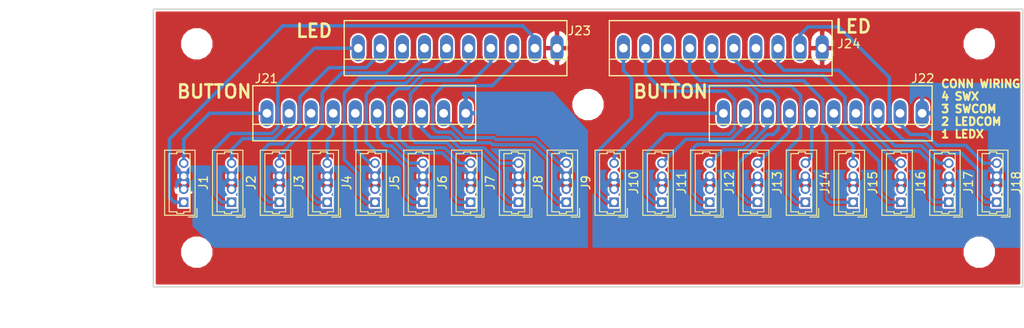
<source format=kicad_pcb>
(kicad_pcb (version 4) (host pcbnew 4.0.7-e0-6372~58~ubuntu16.10.1)
  (layers (0 F.Cu signal) (31 B.Cu signal) (34 B.Paste user) (35 F.Paste user) (36 B.SilkS user) (37 F.SilkS user) (38 B.Mask user) (39 F.Mask user) (44 Edge.Cuts user))
  (net 0 "")
  (net 1 SW1COM)
  (net 2 SW1A)
  (net 3 SW1B)
  (net 4 SW1C)
  (net 5 SW1D)
  (net 6 SW1E)
  (net 7 SW1G)
  (net 8 SW2COM)
  (net 9 SW2A)
  (net 10 SW2B)
  (net 11 SW2C)
  (net 12 SW2D)
  (net 13 SW1H)
  (net 14 SW2I)
  (net 15 SW2H)
  (net 16 SW2G)
  (net 17 SW2F)
  (net 18 VCC2)
  (net 19 LEDR)
  (net 20 LEDQ)
  (net 21 LEDP)
  (net 22 LEDO)
  (net 23 LEDI)
  (net 24 LEDA)
  (net 25 LEDB)
  (net 26 LEDC)
  (net 27 LEDD)
  (net 28 LEDE)
  (net 29 SW1F)
  (net 30 LEDF)
  (net 31 LEDG)
  (net 32 LEDH)
  (net 33 SW1I)
  (net 34 LEDJ)
  (net 35 LEDK)
  (net 36 LEDL)
  (net 37 LEDM)
  (net 38 LEDN)
  (net 39 SW2E)
  (module Connect_Addons:JST_ZH_1.5mm_01x04 (layer F.Cu) (at 69.5 46 90)
    (fp_text reference J1 (at 0 2.25 90) (layer F.SilkS))
    (fp_text value CONN_01X04)
    (pad 1 thru_hole rect (at -2.25 0 90) (size 1.1 1.1) (drill 0.7) (layers *.Cu *.Mask) (net 23 LEDI))
    (pad 2 thru_hole circle (at -0.75 0 90) (size 1.1 1.1) (drill 0.7) (layers *.Cu *.Mask) (net 18 VCC2))
    (pad 3 thru_hole circle (at 0.75 0 90) (size 1.1 1.1) (drill 0.7) (layers *.Cu *.Mask) (net 1 SW1COM))
    (pad 4 thru_hole circle (at 2.25 0 90) (size 1.1 1.1) (drill 0.7) (layers *.Cu *.Mask) (net 2 SW1A))
  )
  (module Connect_Addons:JST_ZH_1.5mm_01x04 (layer F.Cu) (at 75 46 90)
    (fp_text reference J2 (at 0 2.25 90) (layer F.SilkS))
    (fp_text value CONN_01X04)
    (pad 1 thru_hole rect (at -2.25 0 90) (size 1.1 1.1) (drill 0.7) (layers *.Cu *.Mask) (net 24 LEDA))
    (pad 2 thru_hole circle (at -0.75 0 90) (size 1.1 1.1) (drill 0.7) (layers *.Cu *.Mask) (net 18 VCC2))
    (pad 3 thru_hole circle (at 0.75 0 90) (size 1.1 1.1) (drill 0.7) (layers *.Cu *.Mask) (net 1 SW1COM))
    (pad 4 thru_hole circle (at 2.25 0 90) (size 1.1 1.1) (drill 0.7) (layers *.Cu *.Mask) (net 3 SW1B))
  )
  (module Connect_Addons:JST_ZH_1.5mm_01x04 (layer F.Cu) (at 80.5 46 90)
    (fp_text reference J3 (at 0 2.25 90) (layer F.SilkS))
    (fp_text value CONN_01X04)
    (pad 1 thru_hole rect (at -2.25 0 90) (size 1.1 1.1) (drill 0.7) (layers *.Cu *.Mask) (net 25 LEDB))
    (pad 2 thru_hole circle (at -0.75 0 90) (size 1.1 1.1) (drill 0.7) (layers *.Cu *.Mask) (net 18 VCC2))
    (pad 3 thru_hole circle (at 0.75 0 90) (size 1.1 1.1) (drill 0.7) (layers *.Cu *.Mask) (net 1 SW1COM))
    (pad 4 thru_hole circle (at 2.25 0 90) (size 1.1 1.1) (drill 0.7) (layers *.Cu *.Mask) (net 4 SW1C))
  )
  (module Connect_Addons:JST_ZH_1.5mm_01x04 (layer F.Cu) (at 86 46 90)
    (fp_text reference J4 (at 0 2.25 90) (layer F.SilkS))
    (fp_text value CONN_01X04)
    (pad 1 thru_hole rect (at -2.25 0 90) (size 1.1 1.1) (drill 0.7) (layers *.Cu *.Mask) (net 26 LEDC))
    (pad 2 thru_hole circle (at -0.75 0 90) (size 1.1 1.1) (drill 0.7) (layers *.Cu *.Mask) (net 18 VCC2))
    (pad 3 thru_hole circle (at 0.75 0 90) (size 1.1 1.1) (drill 0.7) (layers *.Cu *.Mask) (net 1 SW1COM))
    (pad 4 thru_hole circle (at 2.25 0 90) (size 1.1 1.1) (drill 0.7) (layers *.Cu *.Mask) (net 5 SW1D))
  )
  (module Connect_Addons:JST_ZH_1.5mm_01x04 (layer F.Cu) (at 91.5 46 90)
    (fp_text reference J5 (at 0 2.25 90) (layer F.SilkS))
    (fp_text value CONN_01X04)
    (pad 1 thru_hole rect (at -2.25 0 90) (size 1.1 1.1) (drill 0.7) (layers *.Cu *.Mask) (net 27 LEDD))
    (pad 2 thru_hole circle (at -0.75 0 90) (size 1.1 1.1) (drill 0.7) (layers *.Cu *.Mask) (net 18 VCC2))
    (pad 3 thru_hole circle (at 0.75 0 90) (size 1.1 1.1) (drill 0.7) (layers *.Cu *.Mask) (net 1 SW1COM))
    (pad 4 thru_hole circle (at 2.25 0 90) (size 1.1 1.1) (drill 0.7) (layers *.Cu *.Mask) (net 6 SW1E))
  )
  (module Connect_Addons:JST_ZH_1.5mm_01x04 (layer F.Cu) (at 97 46 90)
    (fp_text reference J6 (at 0 2.25 90) (layer F.SilkS))
    (fp_text value CONN_01X04)
    (pad 1 thru_hole rect (at -2.25 0 90) (size 1.1 1.1) (drill 0.7) (layers *.Cu *.Mask) (net 28 LEDE))
    (pad 2 thru_hole circle (at -0.75 0 90) (size 1.1 1.1) (drill 0.7) (layers *.Cu *.Mask) (net 18 VCC2))
    (pad 3 thru_hole circle (at 0.75 0 90) (size 1.1 1.1) (drill 0.7) (layers *.Cu *.Mask) (net 1 SW1COM))
    (pad 4 thru_hole circle (at 2.25 0 90) (size 1.1 1.1) (drill 0.7) (layers *.Cu *.Mask) (net 29 SW1F))
  )
  (module Connect_Addons:JST_ZH_1.5mm_01x04 (layer F.Cu) (at 102.5 46 90)
    (fp_text reference J7 (at 0 2.25 90) (layer F.SilkS))
    (fp_text value CONN_01X04)
    (pad 1 thru_hole rect (at -2.25 0 90) (size 1.1 1.1) (drill 0.7) (layers *.Cu *.Mask) (net 30 LEDF))
    (pad 2 thru_hole circle (at -0.75 0 90) (size 1.1 1.1) (drill 0.7) (layers *.Cu *.Mask) (net 18 VCC2))
    (pad 3 thru_hole circle (at 0.75 0 90) (size 1.1 1.1) (drill 0.7) (layers *.Cu *.Mask) (net 1 SW1COM))
    (pad 4 thru_hole circle (at 2.25 0 90) (size 1.1 1.1) (drill 0.7) (layers *.Cu *.Mask) (net 7 SW1G))
  )
  (module Connect_Addons:JST_ZH_1.5mm_01x04 (layer F.Cu) (at 108 46 90)
    (fp_text reference J8 (at 0 2.25 90) (layer F.SilkS))
    (fp_text value CONN_01X04)
    (pad 1 thru_hole rect (at -2.25 0 90) (size 1.1 1.1) (drill 0.7) (layers *.Cu *.Mask) (net 31 LEDG))
    (pad 2 thru_hole circle (at -0.75 0 90) (size 1.1 1.1) (drill 0.7) (layers *.Cu *.Mask) (net 18 VCC2))
    (pad 3 thru_hole circle (at 0.75 0 90) (size 1.1 1.1) (drill 0.7) (layers *.Cu *.Mask) (net 1 SW1COM))
    (pad 4 thru_hole circle (at 2.25 0 90) (size 1.1 1.1) (drill 0.7) (layers *.Cu *.Mask) (net 13 SW1H))
  )
  (module Connect_Addons:JST_ZH_1.5mm_01x04 (layer F.Cu) (at 113.5 46 90)
    (fp_text reference J9 (at 0 2.25 90) (layer F.SilkS))
    (fp_text value CONN_01X04)
    (pad 1 thru_hole rect (at -2.25 0 90) (size 1.1 1.1) (drill 0.7) (layers *.Cu *.Mask) (net 32 LEDH))
    (pad 2 thru_hole circle (at -0.75 0 90) (size 1.1 1.1) (drill 0.7) (layers *.Cu *.Mask) (net 18 VCC2))
    (pad 3 thru_hole circle (at 0.75 0 90) (size 1.1 1.1) (drill 0.7) (layers *.Cu *.Mask) (net 1 SW1COM))
    (pad 4 thru_hole circle (at 2.25 0 90) (size 1.1 1.1) (drill 0.7) (layers *.Cu *.Mask) (net 33 SW1I))
  )
  (module Connect_Addons:JST_ZH_1.5mm_01x04 (layer F.Cu) (at 119 46 90)
    (fp_text reference J10 (at 0 2.25 90) (layer F.SilkS))
    (fp_text value CONN_01X04)
    (pad 1 thru_hole rect (at -2.25 0 90) (size 1.1 1.1) (drill 0.7) (layers *.Cu *.Mask) (net 34 LEDJ))
    (pad 2 thru_hole circle (at -0.75 0 90) (size 1.1 1.1) (drill 0.7) (layers *.Cu *.Mask) (net 18 VCC2))
    (pad 3 thru_hole circle (at 0.75 0 90) (size 1.1 1.1) (drill 0.7) (layers *.Cu *.Mask) (net 8 SW2COM))
    (pad 4 thru_hole circle (at 2.25 0 90) (size 1.1 1.1) (drill 0.7) (layers *.Cu *.Mask) (net 9 SW2A))
  )
  (module Connect_Addons:JST_ZH_1.5mm_01x04 (layer F.Cu) (at 124.5 46 90)
    (fp_text reference J11 (at 0 2.25 90) (layer F.SilkS))
    (fp_text value CONN_01X04)
    (pad 1 thru_hole rect (at -2.25 0 90) (size 1.1 1.1) (drill 0.7) (layers *.Cu *.Mask) (net 35 LEDK))
    (pad 2 thru_hole circle (at -0.75 0 90) (size 1.1 1.1) (drill 0.7) (layers *.Cu *.Mask) (net 18 VCC2))
    (pad 3 thru_hole circle (at 0.75 0 90) (size 1.1 1.1) (drill 0.7) (layers *.Cu *.Mask) (net 8 SW2COM))
    (pad 4 thru_hole circle (at 2.25 0 90) (size 1.1 1.1) (drill 0.7) (layers *.Cu *.Mask) (net 10 SW2B))
  )
  (module Connect_Addons:JST_ZH_1.5mm_01x04 (layer F.Cu) (at 130 46 90)
    (fp_text reference J12 (at 0 2.25 90) (layer F.SilkS))
    (fp_text value CONN_01X04)
    (pad 1 thru_hole rect (at -2.25 0 90) (size 1.1 1.1) (drill 0.7) (layers *.Cu *.Mask) (net 36 LEDL))
    (pad 2 thru_hole circle (at -0.75 0 90) (size 1.1 1.1) (drill 0.7) (layers *.Cu *.Mask) (net 18 VCC2))
    (pad 3 thru_hole circle (at 0.75 0 90) (size 1.1 1.1) (drill 0.7) (layers *.Cu *.Mask) (net 8 SW2COM))
    (pad 4 thru_hole circle (at 2.25 0 90) (size 1.1 1.1) (drill 0.7) (layers *.Cu *.Mask) (net 11 SW2C))
  )
  (module Connect_Addons:JST_ZH_1.5mm_01x04 (layer F.Cu) (at 135.5 46 90)
    (fp_text reference J13 (at 0 2.25 90) (layer F.SilkS))
    (fp_text value CONN_01X04)
    (pad 1 thru_hole rect (at -2.25 0 90) (size 1.1 1.1) (drill 0.7) (layers *.Cu *.Mask) (net 37 LEDM))
    (pad 2 thru_hole circle (at -0.75 0 90) (size 1.1 1.1) (drill 0.7) (layers *.Cu *.Mask) (net 18 VCC2))
    (pad 3 thru_hole circle (at 0.75 0 90) (size 1.1 1.1) (drill 0.7) (layers *.Cu *.Mask) (net 8 SW2COM))
    (pad 4 thru_hole circle (at 2.25 0 90) (size 1.1 1.1) (drill 0.7) (layers *.Cu *.Mask) (net 12 SW2D))
  )
  (module Connect_Addons:JST_ZH_1.5mm_01x04 (layer F.Cu) (at 141 46 90)
    (fp_text reference J14 (at 0 2.25 90) (layer F.SilkS))
    (fp_text value CONN_01X04)
    (pad 1 thru_hole rect (at -2.25 0 90) (size 1.1 1.1) (drill 0.7) (layers *.Cu *.Mask) (net 38 LEDN))
    (pad 2 thru_hole circle (at -0.75 0 90) (size 1.1 1.1) (drill 0.7) (layers *.Cu *.Mask) (net 18 VCC2))
    (pad 3 thru_hole circle (at 0.75 0 90) (size 1.1 1.1) (drill 0.7) (layers *.Cu *.Mask) (net 8 SW2COM))
    (pad 4 thru_hole circle (at 2.25 0 90) (size 1.1 1.1) (drill 0.7) (layers *.Cu *.Mask) (net 39 SW2E))
  )
  (module Connect_Addons:JST_ZH_1.5mm_01x04 (layer F.Cu) (at 146.5 46 90)
    (fp_text reference J15 (at 0 2.25 90) (layer F.SilkS))
    (fp_text value CONN_01X04)
    (pad 1 thru_hole rect (at -2.25 0 90) (size 1.1 1.1) (drill 0.7) (layers *.Cu *.Mask) (net 22 LEDO))
    (pad 2 thru_hole circle (at -0.75 0 90) (size 1.1 1.1) (drill 0.7) (layers *.Cu *.Mask) (net 18 VCC2))
    (pad 3 thru_hole circle (at 0.75 0 90) (size 1.1 1.1) (drill 0.7) (layers *.Cu *.Mask) (net 8 SW2COM))
    (pad 4 thru_hole circle (at 2.25 0 90) (size 1.1 1.1) (drill 0.7) (layers *.Cu *.Mask) (net 17 SW2F))
  )
  (module Connect_Addons:JST_ZH_1.5mm_01x04 (layer F.Cu) (at 152 46 90)
    (fp_text reference J16 (at 0 2.25 90) (layer F.SilkS))
    (fp_text value CONN_01X04)
    (pad 1 thru_hole rect (at -2.25 0 90) (size 1.1 1.1) (drill 0.7) (layers *.Cu *.Mask) (net 21 LEDP))
    (pad 2 thru_hole circle (at -0.75 0 90) (size 1.1 1.1) (drill 0.7) (layers *.Cu *.Mask) (net 18 VCC2))
    (pad 3 thru_hole circle (at 0.75 0 90) (size 1.1 1.1) (drill 0.7) (layers *.Cu *.Mask) (net 8 SW2COM))
    (pad 4 thru_hole circle (at 2.25 0 90) (size 1.1 1.1) (drill 0.7) (layers *.Cu *.Mask) (net 16 SW2G))
  )
  (module Connect_Addons:PINHEAD1-10 (layer F.Cu) (at 90.5 38 180)
    (fp_text reference J21 (at 11.5 4 180) (layer F.SilkS))
    (fp_text value CONN_01X10)
    (pad 10 thru_hole oval (at 11.43 0 180) (size 1.50622 3.01498) (drill 0.99822) (layers *.Cu *.Mask) (net 2 SW1A))
    (pad 9 thru_hole oval (at 8.89 0 180) (size 1.50622 3.01498) (drill 0.99822) (layers *.Cu *.Mask) (net 3 SW1B))
    (pad 8 thru_hole oval (at 6.35 0 180) (size 1.50622 3.01498) (drill 0.99822) (layers *.Cu *.Mask) (net 4 SW1C))
    (pad 7 thru_hole oval (at 3.81 0 180) (size 1.50622 3.01498) (drill 0.99822) (layers *.Cu *.Mask) (net 5 SW1D))
    (pad 1 thru_hole oval (at -11.43 0 180) (size 1.50622 3.01498) (drill 0.99822) (layers *.Cu *.Mask) (net 1 SW1COM))
    (pad 2 thru_hole oval (at -8.89 0 180) (size 1.50622 3.01498) (drill 0.99822) (layers *.Cu *.Mask) (net 33 SW1I))
    (pad 3 thru_hole oval (at -6.35 0 180) (size 1.50622 3.01498) (drill 0.99822) (layers *.Cu *.Mask) (net 13 SW1H))
    (pad 4 thru_hole oval (at -3.81 0 180) (size 1.50622 3.01498) (drill 0.99822) (layers *.Cu *.Mask) (net 7 SW1G))
    (pad 5 thru_hole oval (at -1.27 0 180) (size 1.50622 3.01498) (drill 0.99822) (layers *.Cu *.Mask) (net 29 SW1F))
    (pad 6 thru_hole oval (at 1.27 0 180) (size 1.50622 3.01498) (drill 0.99822) (layers *.Cu *.Mask) (net 6 SW1E))
  )
  (module Connect_Addons:PINHEAD1-10 (layer F.Cu) (at 143 38 180)
    (fp_text reference J22 (at -11.5 4 180) (layer F.SilkS))
    (fp_text value CONN_01X10)
    (pad 10 thru_hole oval (at 11.43 0 180) (size 1.50622 3.01498) (drill 0.99822) (layers *.Cu *.Mask) (net 9 SW2A))
    (pad 9 thru_hole oval (at 8.89 0 180) (size 1.50622 3.01498) (drill 0.99822) (layers *.Cu *.Mask) (net 10 SW2B))
    (pad 8 thru_hole oval (at 6.35 0 180) (size 1.50622 3.01498) (drill 0.99822) (layers *.Cu *.Mask) (net 11 SW2C))
    (pad 7 thru_hole oval (at 3.81 0 180) (size 1.50622 3.01498) (drill 0.99822) (layers *.Cu *.Mask) (net 12 SW2D))
    (pad 1 thru_hole oval (at -11.43 0 180) (size 1.50622 3.01498) (drill 0.99822) (layers *.Cu *.Mask) (net 8 SW2COM))
    (pad 2 thru_hole oval (at -8.89 0 180) (size 1.50622 3.01498) (drill 0.99822) (layers *.Cu *.Mask) (net 14 SW2I))
    (pad 3 thru_hole oval (at -6.35 0 180) (size 1.50622 3.01498) (drill 0.99822) (layers *.Cu *.Mask) (net 15 SW2H))
    (pad 4 thru_hole oval (at -3.81 0 180) (size 1.50622 3.01498) (drill 0.99822) (layers *.Cu *.Mask) (net 16 SW2G))
    (pad 5 thru_hole oval (at -1.27 0 180) (size 1.50622 3.01498) (drill 0.99822) (layers *.Cu *.Mask) (net 17 SW2F))
    (pad 6 thru_hole oval (at 1.27 0 180) (size 1.50622 3.01498) (drill 0.99822) (layers *.Cu *.Mask) (net 39 SW2E))
  )
  (module Connect_Addons:PINHEAD1-10 (layer F.Cu) (at 101 30.5 180)
    (fp_text reference J23 (at -14 2 180) (layer F.SilkS))
    (fp_text value CONN_01X10)
    (pad 10 thru_hole oval (at 11.43 0 180) (size 1.50622 3.01498) (drill 0.99822) (layers *.Cu *.Mask) (net 24 LEDA))
    (pad 9 thru_hole oval (at 8.89 0 180) (size 1.50622 3.01498) (drill 0.99822) (layers *.Cu *.Mask) (net 25 LEDB))
    (pad 8 thru_hole oval (at 6.35 0 180) (size 1.50622 3.01498) (drill 0.99822) (layers *.Cu *.Mask) (net 26 LEDC))
    (pad 7 thru_hole oval (at 3.81 0 180) (size 1.50622 3.01498) (drill 0.99822) (layers *.Cu *.Mask) (net 27 LEDD))
    (pad 1 thru_hole oval (at -11.43 0 180) (size 1.50622 3.01498) (drill 0.99822) (layers *.Cu *.Mask) (net 18 VCC2))
    (pad 2 thru_hole oval (at -8.89 0 180) (size 1.50622 3.01498) (drill 0.99822) (layers *.Cu *.Mask) (net 23 LEDI))
    (pad 3 thru_hole oval (at -6.35 0 180) (size 1.50622 3.01498) (drill 0.99822) (layers *.Cu *.Mask) (net 32 LEDH))
    (pad 4 thru_hole oval (at -3.81 0 180) (size 1.50622 3.01498) (drill 0.99822) (layers *.Cu *.Mask) (net 31 LEDG))
    (pad 5 thru_hole oval (at -1.27 0 180) (size 1.50622 3.01498) (drill 0.99822) (layers *.Cu *.Mask) (net 30 LEDF))
    (pad 6 thru_hole oval (at 1.27 0 180) (size 1.50622 3.01498) (drill 0.99822) (layers *.Cu *.Mask) (net 28 LEDE))
  )
  (module Connect_Addons:PINHEAD1-10 (layer F.Cu) (at 131.5 30.5 180)
    (fp_text reference J24 (at -14.5 0.5 180) (layer F.SilkS))
    (fp_text value CONN_01X10)
    (pad 10 thru_hole oval (at 11.43 0 180) (size 1.50622 3.01498) (drill 0.99822) (layers *.Cu *.Mask) (net 34 LEDJ))
    (pad 9 thru_hole oval (at 8.89 0 180) (size 1.50622 3.01498) (drill 0.99822) (layers *.Cu *.Mask) (net 35 LEDK))
    (pad 8 thru_hole oval (at 6.35 0 180) (size 1.50622 3.01498) (drill 0.99822) (layers *.Cu *.Mask) (net 36 LEDL))
    (pad 7 thru_hole oval (at 3.81 0 180) (size 1.50622 3.01498) (drill 0.99822) (layers *.Cu *.Mask) (net 37 LEDM))
    (pad 1 thru_hole oval (at -11.43 0 180) (size 1.50622 3.01498) (drill 0.99822) (layers *.Cu *.Mask) (net 18 VCC2))
    (pad 2 thru_hole oval (at -8.89 0 180) (size 1.50622 3.01498) (drill 0.99822) (layers *.Cu *.Mask) (net 19 LEDR))
    (pad 3 thru_hole oval (at -6.35 0 180) (size 1.50622 3.01498) (drill 0.99822) (layers *.Cu *.Mask) (net 20 LEDQ))
    (pad 4 thru_hole oval (at -3.81 0 180) (size 1.50622 3.01498) (drill 0.99822) (layers *.Cu *.Mask) (net 21 LEDP))
    (pad 5 thru_hole oval (at -1.27 0 180) (size 1.50622 3.01498) (drill 0.99822) (layers *.Cu *.Mask) (net 22 LEDO))
    (pad 6 thru_hole oval (at 1.27 0 180) (size 1.50622 3.01498) (drill 0.99822) (layers *.Cu *.Mask) (net 38 LEDN))
  )
  (module Connect_Addons:JST_ZH_1.5mm_01x04 (layer F.Cu) (at 157.5 46 90)
    (fp_text reference J17 (at 0 2.25 90) (layer F.SilkS))
    (fp_text value CONN_01X04)
    (pad 1 thru_hole rect (at -2.25 0 90) (size 1.1 1.1) (drill 0.7) (layers *.Cu *.Mask) (net 20 LEDQ))
    (pad 2 thru_hole circle (at -0.75 0 90) (size 1.1 1.1) (drill 0.7) (layers *.Cu *.Mask) (net 18 VCC2))
    (pad 3 thru_hole circle (at 0.75 0 90) (size 1.1 1.1) (drill 0.7) (layers *.Cu *.Mask) (net 8 SW2COM))
    (pad 4 thru_hole circle (at 2.25 0 90) (size 1.1 1.1) (drill 0.7) (layers *.Cu *.Mask) (net 15 SW2H))
  )
  (module Connect_Addons:JST_ZH_1.5mm_01x04 (layer F.Cu) (at 163 46 90)
    (fp_text reference J18 (at 0 2.25 90) (layer F.SilkS))
    (fp_text value CONN_01X04)
    (pad 1 thru_hole rect (at -2.25 0 90) (size 1.1 1.1) (drill 0.7) (layers *.Cu *.Mask) (net 19 LEDR))
    (pad 2 thru_hole circle (at -0.75 0 90) (size 1.1 1.1) (drill 0.7) (layers *.Cu *.Mask) (net 18 VCC2))
    (pad 3 thru_hole circle (at 0.75 0 90) (size 1.1 1.1) (drill 0.7) (layers *.Cu *.Mask) (net 8 SW2COM))
    (pad 4 thru_hole circle (at 2.25 0 90) (size 1.1 1.1) (drill 0.7) (layers *.Cu *.Mask) (net 14 SW2I))
  )
  (module Mounting_Holes:MountingHole_3.2mm_M3 (layer F.Cu) (at 116 37)
    (fp_text reference J31)
    (fp_text value CONN_01X01)
    (pad 1 np_thru_hole circle (at 0 0) (size 3.2 3.2) (drill 3.2) (layers *.Cu *.Mask))
  )
  (module Mounting_Holes:MountingHole_3.2mm_M3 (layer F.Cu) (at 71 54)
    (fp_text reference J32)
    (fp_text value CONN_01X01)
    (pad 1 np_thru_hole circle (at 0 0) (size 3.2 3.2) (drill 3.2) (layers *.Cu *.Mask))
  )
  (module Mounting_Holes:MountingHole_3.2mm_M3 (layer F.Cu) (at 161 30)
    (fp_text reference J33)
    (fp_text value CONN_01X01)
    (pad 1 np_thru_hole circle (at 0 0) (size 3.2 3.2) (drill 3.2) (layers *.Cu *.Mask))
  )
  (module Mounting_Holes:MountingHole_3.2mm_M3 (layer F.Cu) (at 71 30)
    (fp_text reference J34)
    (fp_text value CONN_01X01)
    (pad 1 np_thru_hole circle (at 0 0) (size 3.2 3.2) (drill 3.2) (layers *.Cu *.Mask))
  )
  (module Mounting_Holes:MountingHole_3.2mm_M3 (layer F.Cu) (at 161 54)
    (fp_text reference J36)
    (fp_text value CONN_01X01)
    (pad 1 np_thru_hole circle (at 0 0) (size 3.2 3.2) (drill 3.2) (layers *.Cu *.Mask))
  )
  (gr_text "CONN WIRING\n4 SWX\n3 SWCOM\n2 LEDCOM\n1 LEDX" (at 156.5 37.5) (layer F.SilkS) (effects (font (size 0.9 0.9) (thickness 0.225)) (justify left)))
  (gr_text "BUTTON\n" (at 73 35.5) (layer F.SilkS) (effects (font (size 1.5 1.5) (thickness 0.3))))
  (gr_text "BUTTON\n" (at 125.5 35.5) (layer F.SilkS) (effects (font (size 1.5 1.5) (thickness 0.3))))
  (gr_text LED (at 146.5 28) (layer F.SilkS) (effects (font (size 1.5 1.5) (thickness 0.3))))
  (gr_text LED (at 84.5 28.5) (layer F.SilkS) (effects (font (size 1.5 1.5) (thickness 0.3))))
  (gr_line (start 166 58) (end 166 26) (angle 90) (layer Edge.Cuts) (width 0.15))
  (gr_line (start 66 58) (end 166 58) (angle 90) (layer Edge.Cuts) (width 0.15))
  (gr_line (start 66 26) (end 66 58) (angle 90) (layer Edge.Cuts) (width 0.15))
  (gr_line (start 166 26) (end 66 26) (angle 90) (layer Edge.Cuts) (width 0.15))
  (segment (start 69.5 43.75) (end 69.5 40.975) (width 0.4) (layer B.Cu) (net 2))
  (segment (start 72.475 38) (end 79.07 38) (width 0.4) (layer B.Cu) (net 2))
  (segment (start 69.5 40.975) (end 72.475 38) (width 0.4) (layer B.Cu) (net 2))
  (segment (start 75 43.75) (end 75 42.200002) (width 0.4) (layer B.Cu) (net 3))
  (segment (start 79.873528 40.925002) (end 81.61 39.18853) (width 0.4) (layer B.Cu) (net 3))
  (segment (start 76.275 40.925002) (end 79.873528 40.925002) (width 0.4) (layer B.Cu) (net 3))
  (segment (start 75 42.200002) (end 76.275 40.925002) (width 0.4) (layer B.Cu) (net 3))
  (segment (start 81.61 39.18853) (end 81.61 38) (width 0.4) (layer B.Cu) (net 3))
  (segment (start 74.75 43.75) (end 75 43.75) (width 0.4) (layer B.Cu) (net 3))
  (segment (start 80.5 43.75) (end 80.5 42.85) (width 0.4) (layer B.Cu) (net 4))
  (segment (start 80.5 42.85) (end 84.15 39.2) (width 0.4) (layer B.Cu) (net 4))
  (segment (start 84.15 39.2) (end 84.15 38) (width 0.4) (layer B.Cu) (net 4))
  (segment (start 86 43.75) (end 86 41.075) (width 0.4) (layer B.Cu) (net 5))
  (segment (start 86.69 40.385) (end 86.69 38) (width 0.4) (layer B.Cu) (net 5))
  (segment (start 86 41.075) (end 86.69 40.385) (width 0.4) (layer B.Cu) (net 5))
  (segment (start 91.5 43.75) (end 90.9 43.75) (width 0.4) (layer B.Cu) (net 6))
  (segment (start 89.23 42.08) (end 89.23 38) (width 0.4) (layer B.Cu) (net 6))
  (segment (start 90.9 43.75) (end 89.23 42.08) (width 0.4) (layer B.Cu) (net 6))
  (segment (start 102.5 43.75) (end 101.27353 43.75) (width 0.4) (layer B.Cu) (net 7))
  (segment (start 94.31 40.96441) (end 94.31 38) (width 0.4) (layer B.Cu) (net 7))
  (segment (start 95.320588 41.974998) (end 94.31 40.96441) (width 0.4) (layer B.Cu) (net 7))
  (segment (start 99.498528 41.974998) (end 95.320588 41.974998) (width 0.4) (layer B.Cu) (net 7))
  (segment (start 101.27353 43.75) (end 99.498528 41.974998) (width 0.4) (layer B.Cu) (net 7))
  (segment (start 131.57 38) (end 124 38) (width 0.4) (layer B.Cu) (net 9))
  (segment (start 119 43) (end 119 43.75) (width 0.4) (layer B.Cu) (net 9))
  (segment (start 124 38) (end 119 43) (width 0.4) (layer B.Cu) (net 9))
  (segment (start 134.11 38) (end 134.11 39.39) (width 0.4) (layer B.Cu) (net 10))
  (segment (start 134.11 39.39) (end 132.5 41) (width 0.4) (layer B.Cu) (net 10))
  (segment (start 132.5 41) (end 127.25 41) (width 0.4) (layer B.Cu) (net 10))
  (segment (start 127.25 41) (end 124.5 43.75) (width 0.4) (layer B.Cu) (net 10))
  (segment (start 136.65 38) (end 136.65 39.54853) (width 0.4) (layer B.Cu) (net 11))
  (segment (start 131.549996 42.200004) (end 130 43.75) (width 0.4) (layer B.Cu) (net 11))
  (segment (start 133.998526 42.200004) (end 131.549996 42.200004) (width 0.4) (layer B.Cu) (net 11))
  (segment (start 136.65 39.54853) (end 133.998526 42.200004) (width 0.4) (layer B.Cu) (net 11))
  (segment (start 135.5 43.75) (end 139.1 40.15) (width 0.4) (layer B.Cu) (net 12))
  (segment (start 139.1 40.15) (end 139.1 38.09) (width 0.4) (layer B.Cu) (net 12))
  (segment (start 139.1 38.09) (end 139.19 38) (width 0.4) (layer B.Cu) (net 12))
  (segment (start 108 43.75) (end 105.79853 43.75) (width 0.4) (layer B.Cu) (net 13))
  (segment (start 96.85 39.725) (end 96.85 38) (width 0.4) (layer B.Cu) (net 13))
  (segment (start 97.899994 40.774994) (end 96.85 39.725) (width 0.4) (layer B.Cu) (net 13))
  (segment (start 99.995584 40.774994) (end 97.899994 40.774994) (width 0.4) (layer B.Cu) (net 13))
  (segment (start 101.220588 41.999998) (end 99.995584 40.774994) (width 0.4) (layer B.Cu) (net 13))
  (segment (start 104.048528 41.999998) (end 101.220588 41.999998) (width 0.4) (layer B.Cu) (net 13))
  (segment (start 105.79853 43.75) (end 104.048528 41.999998) (width 0.4) (layer B.Cu) (net 13))
  (segment (start 151.89 38) (end 151.89 39.24) (width 0.4) (layer B.Cu) (net 14))
  (segment (start 151.89 39.24) (end 153.1 40.45) (width 0.4) (layer B.Cu) (net 14))
  (segment (start 153.1 40.45) (end 154.9 40.45) (width 0.4) (layer B.Cu) (net 14))
  (segment (start 154.9 40.45) (end 156.15 41.7) (width 0.4) (layer B.Cu) (net 14))
  (segment (start 156.15 41.7) (end 159.45 41.7) (width 0.4) (layer B.Cu) (net 14))
  (segment (start 159.45 41.7) (end 161.5 43.75) (width 0.4) (layer B.Cu) (net 14))
  (segment (start 161.5 43.75) (end 163 43.75) (width 0.4) (layer B.Cu) (net 14))
  (segment (start 157.5 43.75) (end 156.34853 43.75) (width 0.4) (layer B.Cu) (net 15))
  (segment (start 149.35 39.8) (end 149.35 38) (width 0.4) (layer B.Cu) (net 15))
  (segment (start 151.299998 41.749998) (end 149.35 39.8) (width 0.4) (layer B.Cu) (net 15))
  (segment (start 154.348528 41.749998) (end 151.299998 41.749998) (width 0.4) (layer B.Cu) (net 15))
  (segment (start 156.34853 43.75) (end 154.348528 41.749998) (width 0.4) (layer B.Cu) (net 15))
  (segment (start 157.5 43.75) (end 157.5 43.55) (width 0.4) (layer B.Cu) (net 15))
  (segment (start 149.35 39.4) (end 149.35 38) (width 0.4) (layer B.Cu) (net 15))
  (segment (start 152 43.75) (end 151.45 43.75) (width 0.4) (layer B.Cu) (net 16))
  (segment (start 151.45 43.75) (end 146.81 39.11) (width 0.4) (layer B.Cu) (net 16))
  (segment (start 146.81 39.11) (end 146.81 38) (width 0.4) (layer B.Cu) (net 16))
  (segment (start 146.81 38) (end 146.81 39.31) (width 0.4) (layer B.Cu) (net 16))
  (segment (start 144.27 38) (end 144.27 39.52) (width 0.4) (layer B.Cu) (net 17))
  (segment (start 146.5 41.75) (end 146.5 43.75) (width 0.4) (layer B.Cu) (net 17))
  (segment (start 144.27 39.52) (end 146.5 41.75) (width 0.4) (layer B.Cu) (net 17))
  (segment (start 163 48.25) (end 161.75 48.25) (width 0.4) (layer B.Cu) (net 19))
  (segment (start 152.349998 41.149996) (end 151.7 40.499998) (width 0.4) (layer B.Cu) (net 19))
  (segment (start 154.597056 41.149996) (end 152.349998 41.149996) (width 0.4) (layer B.Cu) (net 19))
  (segment (start 156.04706 42.6) (end 154.597056 41.149996) (width 0.4) (layer B.Cu) (net 19))
  (segment (start 158.95 42.6) (end 156.04706 42.6) (width 0.4) (layer B.Cu) (net 19))
  (segment (start 160.9 44.55) (end 158.95 42.6) (width 0.4) (layer B.Cu) (net 19))
  (segment (start 160.9 47.4) (end 160.9 44.55) (width 0.4) (layer B.Cu) (net 19))
  (segment (start 161.75 48.25) (end 160.9 47.4) (width 0.4) (layer B.Cu) (net 19))
  (segment (start 150.65 38) (end 150.65 39.449998) (width 0.4) (layer B.Cu) (net 19))
  (segment (start 150.65 39.449998) (end 151.7 40.499998) (width 0.4) (layer B.Cu) (net 19))
  (segment (start 140.39 30.5) (end 140.39 28.96) (width 0.4) (layer B.Cu) (net 19))
  (segment (start 150.65 33.85) (end 150.65 38) (width 0.4) (layer B.Cu) (net 19))
  (segment (start 144.85 28.05) (end 150.65 33.85) (width 0.4) (layer B.Cu) (net 19))
  (segment (start 141.3 28.05) (end 144.85 28.05) (width 0.4) (layer B.Cu) (net 19))
  (segment (start 140.39 28.96) (end 141.3 28.05) (width 0.4) (layer B.Cu) (net 19))
  (segment (start 140.39 30.5) (end 140.39 29.06) (width 0.4) (layer B.Cu) (net 19))
  (segment (start 140.39 31.09) (end 140.39 30.5) (width 0.4) (layer B.Cu) (net 19))
  (segment (start 155.25 44.75) (end 155.25 43.5) (width 0.4) (layer B.Cu) (net 20))
  (segment (start 150.89853 42.35) (end 149.724265 41.175735) (width 0.4) (layer B.Cu) (net 20))
  (segment (start 154.1 42.35) (end 150.89853 42.35) (width 0.4) (layer B.Cu) (net 20))
  (segment (start 155.25 43.5) (end 154.1 42.35) (width 0.4) (layer B.Cu) (net 20))
  (segment (start 157.5 48.25) (end 155.8 48.25) (width 0.4) (layer B.Cu) (net 20))
  (segment (start 137.85 32.35) (end 137.85 30.5) (width 0.4) (layer B.Cu) (net 20))
  (segment (start 138.549992 33.049992) (end 137.85 32.35) (width 0.4) (layer B.Cu) (net 20))
  (segment (start 144.849992 33.049992) (end 138.549992 33.049992) (width 0.4) (layer B.Cu) (net 20))
  (segment (start 148.1 36.3) (end 144.849992 33.049992) (width 0.4) (layer B.Cu) (net 20))
  (segment (start 148.1 39.55147) (end 148.1 36.3) (width 0.4) (layer B.Cu) (net 20))
  (segment (start 149.724265 41.175735) (end 148.1 39.55147) (width 0.4) (layer B.Cu) (net 20))
  (segment (start 155.25 47.7) (end 155.25 44.75) (width 0.4) (layer B.Cu) (net 20))
  (segment (start 155.8 48.25) (end 155.25 47.7) (width 0.4) (layer B.Cu) (net 20))
  (segment (start 137.85 30.5) (end 137.85 31.55) (width 0.4) (layer B.Cu) (net 20))
  (segment (start 137.85 30.9) (end 137.85 30.5) (width 0.4) (layer B.Cu) (net 20))
  (segment (start 137.85 31.6) (end 137.85 30.5) (width 0.4) (layer B.Cu) (net 20))
  (segment (start 135.31 30.5) (end 135.31 32.56588) (width 0.4) (layer B.Cu) (net 21))
  (segment (start 150.65 48.25) (end 152 48.25) (width 0.4) (layer B.Cu) (net 21))
  (segment (start 149.5 47.1) (end 150.65 48.25) (width 0.4) (layer B.Cu) (net 21))
  (segment (start 149.5 43.55) (end 149.5 47.1) (width 0.4) (layer B.Cu) (net 21))
  (segment (start 145.55 39.6) (end 149.5 43.55) (width 0.4) (layer B.Cu) (net 21))
  (segment (start 145.55 36.15) (end 145.55 39.6) (width 0.4) (layer B.Cu) (net 21))
  (segment (start 143.049994 33.649994) (end 145.55 36.15) (width 0.4) (layer B.Cu) (net 21))
  (segment (start 136.394114 33.649994) (end 143.049994 33.649994) (width 0.4) (layer B.Cu) (net 21))
  (segment (start 135.31 32.56588) (end 136.394114 33.649994) (width 0.4) (layer B.Cu) (net 21))
  (segment (start 135.31 31.16) (end 135.31 30.5) (width 0.4) (layer B.Cu) (net 21))
  (segment (start 135.31 30.5) (end 135.31 31.51) (width 0.4) (layer B.Cu) (net 21))
  (segment (start 134.55 33.049992) (end 134.945582 33.049992) (width 0.4) (layer B.Cu) (net 22))
  (segment (start 140.799996 34.249996) (end 143 36.45) (width 0.4) (layer B.Cu) (net 22))
  (segment (start 136.145586 34.249996) (end 140.799996 34.249996) (width 0.4) (layer B.Cu) (net 22))
  (segment (start 134.945582 33.049992) (end 136.145586 34.249996) (width 0.4) (layer B.Cu) (net 22))
  (segment (start 146.5 48.25) (end 143.9 48.25) (width 0.4) (layer B.Cu) (net 22))
  (segment (start 143.9 48.25) (end 143.45 47.8) (width 0.4) (layer B.Cu) (net 22))
  (segment (start 143.45 47.8) (end 143.45 40.55) (width 0.4) (layer B.Cu) (net 22))
  (segment (start 143.45 40.55) (end 143 40.1) (width 0.4) (layer B.Cu) (net 22))
  (segment (start 143 40.1) (end 143 36.45) (width 0.4) (layer B.Cu) (net 22))
  (segment (start 134.099992 33.049992) (end 133.65 32.6) (width 0.4) (layer B.Cu) (net 22))
  (segment (start 133.65 32.6) (end 132.77 31.72) (width 0.4) (layer B.Cu) (net 22))
  (segment (start 134.55 33.049992) (end 134.099992 33.049992) (width 0.4) (layer B.Cu) (net 22))
  (segment (start 132.77 31.72) (end 132.77 30.5) (width 0.4) (layer B.Cu) (net 22))
  (segment (start 132.77 31.17) (end 132.77 30.5) (width 0.4) (layer B.Cu) (net 22))
  (segment (start 132.77 31.52) (end 132.77 30.5) (width 0.4) (layer B.Cu) (net 22))
  (segment (start 132.77 31.27) (end 132.77 30.5) (width 0.4) (layer B.Cu) (net 22))
  (segment (start 109.89 30.5) (end 109.89 29.34) (width 0.4) (layer B.Cu) (net 23))
  (segment (start 109.89 29.34) (end 108.475 27.925) (width 0.4) (layer B.Cu) (net 23))
  (segment (start 68.425 48.25) (end 69.5 48.25) (width 0.4) (layer B.Cu) (net 23))
  (segment (start 67.85 47.675) (end 68.425 48.25) (width 0.4) (layer B.Cu) (net 23))
  (segment (start 67.85 40.975) (end 67.85 47.675) (width 0.4) (layer B.Cu) (net 23))
  (segment (start 80.9 27.925) (end 67.85 40.975) (width 0.4) (layer B.Cu) (net 23))
  (segment (start 108.475 27.925) (end 80.9 27.925) (width 0.4) (layer B.Cu) (net 23))
  (segment (start 109.89 30.5) (end 109.89 29.14) (width 0.4) (layer B.Cu) (net 23))
  (segment (start 89.57 30.5) (end 84.525 30.5) (width 0.4) (layer B.Cu) (net 24))
  (segment (start 73.9 48.25) (end 75 48.25) (width 0.4) (layer B.Cu) (net 24))
  (segment (start 73 47.35) (end 73.9 48.25) (width 0.4) (layer B.Cu) (net 24))
  (segment (start 73 42.175) (end 73 47.35) (width 0.4) (layer B.Cu) (net 24))
  (segment (start 74.85 40.325) (end 73 42.175) (width 0.4) (layer B.Cu) (net 24))
  (segment (start 79.625 40.325) (end 74.85 40.325) (width 0.4) (layer B.Cu) (net 24))
  (segment (start 80.325 39.625) (end 79.625 40.325) (width 0.4) (layer B.Cu) (net 24))
  (segment (start 80.325 34.7) (end 80.325 39.625) (width 0.4) (layer B.Cu) (net 24))
  (segment (start 84.525 30.5) (end 80.325 34.7) (width 0.4) (layer B.Cu) (net 24))
  (segment (start 92.11 30.5) (end 92.11 31.115) (width 0.4) (layer B.Cu) (net 25))
  (segment (start 92.11 31.115) (end 90.475 32.75) (width 0.4) (layer B.Cu) (net 25))
  (segment (start 90.475 32.75) (end 86.2 32.75) (width 0.4) (layer B.Cu) (net 25))
  (segment (start 86.2 32.75) (end 82.875 36.075) (width 0.4) (layer B.Cu) (net 25))
  (segment (start 82.875 36.075) (end 82.875 39.475) (width 0.4) (layer B.Cu) (net 25))
  (segment (start 82.875 39.475) (end 80.824996 41.525004) (width 0.4) (layer B.Cu) (net 25))
  (segment (start 80.824996 41.525004) (end 79.324996 41.525004) (width 0.4) (layer B.Cu) (net 25))
  (segment (start 79.324996 41.525004) (end 78.45 42.4) (width 0.4) (layer B.Cu) (net 25))
  (segment (start 78.45 42.4) (end 78.45 47.4) (width 0.4) (layer B.Cu) (net 25))
  (segment (start 78.45 47.4) (end 79.3 48.25) (width 0.4) (layer B.Cu) (net 25))
  (segment (start 79.3 48.25) (end 80.5 48.25) (width 0.4) (layer B.Cu) (net 25))
  (segment (start 85.425 37.125) (end 85.425 35.625002) (width 0.4) (layer B.Cu) (net 26))
  (segment (start 92.749998 33.350002) (end 93.125 32.975) (width 0.4) (layer B.Cu) (net 26))
  (segment (start 87.7 33.350002) (end 92.749998 33.350002) (width 0.4) (layer B.Cu) (net 26))
  (segment (start 85.425 35.625002) (end 87.7 33.350002) (width 0.4) (layer B.Cu) (net 26))
  (segment (start 94.65 30.5) (end 94.65 31.45) (width 0.4) (layer B.Cu) (net 26))
  (segment (start 94.65 31.45) (end 93.125 32.975) (width 0.4) (layer B.Cu) (net 26))
  (segment (start 85.425 37.125) (end 85.425 39.525) (width 0.4) (layer B.Cu) (net 26))
  (segment (start 85.425 39.525) (end 83.925 41.025) (width 0.4) (layer B.Cu) (net 26))
  (segment (start 83.925 41.025) (end 83.925 47.35) (width 0.4) (layer B.Cu) (net 26))
  (segment (start 83.925 47.35) (end 84.825 48.25) (width 0.4) (layer B.Cu) (net 26))
  (segment (start 84.825 48.25) (end 86 48.25) (width 0.4) (layer B.Cu) (net 26))
  (segment (start 87.975 39.375) (end 87.975 35.650004) (width 0.4) (layer B.Cu) (net 27))
  (segment (start 94.824996 33.950004) (end 95.775 33) (width 0.4) (layer B.Cu) (net 27))
  (segment (start 89.675 33.950004) (end 94.824996 33.950004) (width 0.4) (layer B.Cu) (net 27))
  (segment (start 87.975 35.650004) (end 89.675 33.950004) (width 0.4) (layer B.Cu) (net 27))
  (segment (start 97.19 30.5) (end 97.19 31.585) (width 0.4) (layer B.Cu) (net 27))
  (segment (start 97.19 31.585) (end 95.775 33) (width 0.4) (layer B.Cu) (net 27))
  (segment (start 87.975 39.375) (end 87.975 43.35) (width 0.4) (layer B.Cu) (net 27))
  (segment (start 87.975 43.35) (end 89.55 44.925) (width 0.4) (layer B.Cu) (net 27))
  (segment (start 89.55 44.925) (end 89.55 47.275) (width 0.4) (layer B.Cu) (net 27))
  (segment (start 89.55 47.275) (end 90.525 48.25) (width 0.4) (layer B.Cu) (net 27))
  (segment (start 90.525 48.25) (end 91.5 48.25) (width 0.4) (layer B.Cu) (net 27))
  (segment (start 99.73 30.5) (end 99.73 31.545) (width 0.4) (layer B.Cu) (net 28))
  (segment (start 99.73 31.545) (end 98.263235 33.011765) (width 0.4) (layer B.Cu) (net 28))
  (segment (start 95.073524 34.550006) (end 94.025 34.550006) (width 0.4) (layer B.Cu) (net 28))
  (segment (start 96.611765 33.011765) (end 95.073524 34.550006) (width 0.4) (layer B.Cu) (net 28))
  (segment (start 98.263235 33.011765) (end 96.611765 33.011765) (width 0.4) (layer B.Cu) (net 28))
  (segment (start 94.025 34.550006) (end 91.774994 34.550006) (width 0.4) (layer B.Cu) (net 28))
  (segment (start 91.774994 34.550006) (end 90.5 35.825) (width 0.4) (layer B.Cu) (net 28))
  (segment (start 90.5 35.825) (end 90.5 41.325) (width 0.4) (layer B.Cu) (net 28))
  (segment (start 90.5 41.325) (end 91.525 42.35) (width 0.4) (layer B.Cu) (net 28))
  (segment (start 91.525 42.35) (end 93.15 42.35) (width 0.4) (layer B.Cu) (net 28))
  (segment (start 93.15 42.35) (end 94.925 44.125) (width 0.4) (layer B.Cu) (net 28))
  (segment (start 94.925 44.125) (end 94.925 47.375) (width 0.4) (layer B.Cu) (net 28))
  (segment (start 94.925 47.375) (end 95.8 48.25) (width 0.4) (layer B.Cu) (net 28))
  (segment (start 95.8 48.25) (end 97 48.25) (width 0.4) (layer B.Cu) (net 28))
  (segment (start 97 43.75) (end 95.39853 43.75) (width 0.4) (layer B.Cu) (net 29))
  (segment (start 91.77 40.77) (end 91.77 38) (width 0.4) (layer B.Cu) (net 29))
  (segment (start 92.749998 41.749998) (end 91.77 40.77) (width 0.4) (layer B.Cu) (net 29))
  (segment (start 93.398528 41.749998) (end 92.749998 41.749998) (width 0.4) (layer B.Cu) (net 29))
  (segment (start 95.39853 43.75) (end 93.398528 41.749998) (width 0.4) (layer B.Cu) (net 29))
  (segment (start 102.27 30.5) (end 102.27 32.18) (width 0.4) (layer B.Cu) (net 30))
  (segment (start 102.27 32.18) (end 100.838233 33.611767) (width 0.4) (layer B.Cu) (net 30))
  (segment (start 95.322052 35.150008) (end 94.325 35.150008) (width 0.4) (layer B.Cu) (net 30))
  (segment (start 96.860293 33.611767) (end 95.322052 35.150008) (width 0.4) (layer B.Cu) (net 30))
  (segment (start 100.838233 33.611767) (end 96.860293 33.611767) (width 0.4) (layer B.Cu) (net 30))
  (segment (start 101.125 48.25) (end 102.5 48.25) (width 0.4) (layer B.Cu) (net 30))
  (segment (start 100.45 47.575) (end 101.125 48.25) (width 0.4) (layer B.Cu) (net 30))
  (segment (start 100.45 43.775) (end 100.45 47.575) (width 0.4) (layer B.Cu) (net 30))
  (segment (start 99.25 42.575) (end 100.45 43.775) (width 0.4) (layer B.Cu) (net 30))
  (segment (start 95.07206 42.575) (end 99.25 42.575) (width 0.4) (layer B.Cu) (net 30))
  (segment (start 93.05 40.55294) (end 95.07206 42.575) (width 0.4) (layer B.Cu) (net 30))
  (segment (start 93.05 36.225) (end 93.05 40.55294) (width 0.4) (layer B.Cu) (net 30))
  (segment (start 94.124992 35.150008) (end 93.05 36.225) (width 0.4) (layer B.Cu) (net 30))
  (segment (start 94.325 35.150008) (end 94.124992 35.150008) (width 0.4) (layer B.Cu) (net 30))
  (segment (start 104.81 30.5) (end 104.81 32.165) (width 0.4) (layer B.Cu) (net 31))
  (segment (start 106.95 48.25) (end 108 48.25) (width 0.4) (layer B.Cu) (net 31))
  (segment (start 105.925 47.225) (end 106.95 48.25) (width 0.4) (layer B.Cu) (net 31))
  (segment (start 105.925 44.725) (end 105.925 47.225) (width 0.4) (layer B.Cu) (net 31))
  (segment (start 103.8 42.6) (end 105.925 44.725) (width 0.4) (layer B.Cu) (net 31))
  (segment (start 100.97206 42.6) (end 103.8 42.6) (width 0.4) (layer B.Cu) (net 31))
  (segment (start 99.747056 41.374996) (end 100.97206 42.6) (width 0.4) (layer B.Cu) (net 31))
  (segment (start 96.125 41.374996) (end 99.747056 41.374996) (width 0.4) (layer B.Cu) (net 31))
  (segment (start 95.575 40.824996) (end 96.125 41.374996) (width 0.4) (layer B.Cu) (net 31))
  (segment (start 95.575 35.74559) (end 95.575 40.824996) (width 0.4) (layer B.Cu) (net 31))
  (segment (start 97.108821 34.211769) (end 95.575 35.74559) (width 0.4) (layer B.Cu) (net 31))
  (segment (start 102.763231 34.211769) (end 97.108821 34.211769) (width 0.4) (layer B.Cu) (net 31))
  (segment (start 104.81 32.165) (end 102.763231 34.211769) (width 0.4) (layer B.Cu) (net 31))
  (segment (start 107.35 30.5) (end 107.35 32.45) (width 0.4) (layer B.Cu) (net 32))
  (segment (start 112.525 48.25) (end 113.5 48.25) (width 0.4) (layer B.Cu) (net 32))
  (segment (start 111.375 47.1) (end 112.525 48.25) (width 0.4) (layer B.Cu) (net 32))
  (segment (start 111.375 43.3) (end 111.375 47.1) (width 0.4) (layer B.Cu) (net 32))
  (segment (start 109.7 41.625) (end 111.375 43.3) (width 0.4) (layer B.Cu) (net 32))
  (segment (start 105.075 41.625) (end 109.7 41.625) (width 0.4) (layer B.Cu) (net 32))
  (segment (start 104.849996 41.399996) (end 105.075 41.625) (width 0.4) (layer B.Cu) (net 32))
  (segment (start 101.469116 41.399996) (end 104.849996 41.399996) (width 0.4) (layer B.Cu) (net 32))
  (segment (start 100.244112 40.174992) (end 101.469116 41.399996) (width 0.4) (layer B.Cu) (net 32))
  (segment (start 98.625 40.174992) (end 100.244112 40.174992) (width 0.4) (layer B.Cu) (net 32))
  (segment (start 98.125 39.674992) (end 98.625 40.174992) (width 0.4) (layer B.Cu) (net 32))
  (segment (start 98.125 36.025) (end 98.125 39.674992) (width 0.4) (layer B.Cu) (net 32))
  (segment (start 99.338229 34.811771) (end 98.125 36.025) (width 0.4) (layer B.Cu) (net 32))
  (segment (start 104.988229 34.811771) (end 99.338229 34.811771) (width 0.4) (layer B.Cu) (net 32))
  (segment (start 107.35 32.45) (end 104.988229 34.811771) (width 0.4) (layer B.Cu) (net 32))
  (segment (start 113.5 43.75) (end 112.67353 43.75) (width 0.4) (layer B.Cu) (net 33))
  (segment (start 101.717644 40.799994) (end 99.39 38.47235) (width 0.4) (layer B.Cu) (net 33))
  (segment (start 105.174994 40.799994) (end 101.717644 40.799994) (width 0.4) (layer B.Cu) (net 33))
  (segment (start 105.399998 41.024998) (end 105.174994 40.799994) (width 0.4) (layer B.Cu) (net 33))
  (segment (start 109.948528 41.024998) (end 105.399998 41.024998) (width 0.4) (layer B.Cu) (net 33))
  (segment (start 112.67353 43.75) (end 109.948528 41.024998) (width 0.4) (layer B.Cu) (net 33))
  (segment (start 99.39 38.47235) (end 99.39 38) (width 0.4) (layer B.Cu) (net 33))
  (segment (start 120.07 30.5) (end 120.07 33.07) (width 0.4) (layer B.Cu) (net 34))
  (segment (start 120.07 33.07) (end 121 34) (width 0.4) (layer B.Cu) (net 34))
  (segment (start 119 48.25) (end 118.25 48.25) (width 0.4) (layer B.Cu) (net 34))
  (segment (start 121 38.5) (end 121 34) (width 0.4) (layer B.Cu) (net 34))
  (segment (start 117 42.5) (end 121 38.5) (width 0.4) (layer B.Cu) (net 34))
  (segment (start 117 47) (end 117 42.5) (width 0.4) (layer B.Cu) (net 34))
  (segment (start 118.25 48.25) (end 117 47) (width 0.4) (layer B.Cu) (net 34))
  (segment (start 122.61 30.5) (end 122.61 33.41) (width 0.4) (layer B.Cu) (net 35))
  (segment (start 122.61 33.41) (end 124.65 35.45) (width 0.4) (layer B.Cu) (net 35))
  (segment (start 123.6 48.25) (end 124.5 48.25) (width 0.4) (layer B.Cu) (net 35))
  (segment (start 122.6 47.25) (end 123.6 48.25) (width 0.4) (layer B.Cu) (net 35))
  (segment (start 122.6 42.7) (end 122.6 47.25) (width 0.4) (layer B.Cu) (net 35))
  (segment (start 124.900002 40.399998) (end 122.6 42.7) (width 0.4) (layer B.Cu) (net 35))
  (segment (start 132.251472 40.399998) (end 124.900002 40.399998) (width 0.4) (layer B.Cu) (net 35))
  (segment (start 132.85 39.80147) (end 132.251472 40.399998) (width 0.4) (layer B.Cu) (net 35))
  (segment (start 132.85 36.45) (end 132.85 39.80147) (width 0.4) (layer B.Cu) (net 35))
  (segment (start 131.85 35.45) (end 132.85 36.45) (width 0.4) (layer B.Cu) (net 35))
  (segment (start 124.65 35.45) (end 131.85 35.45) (width 0.4) (layer B.Cu) (net 35))
  (segment (start 130 48.25) (end 129 48.25) (width 0.4) (layer B.Cu) (net 36))
  (segment (start 125.15 33.4) (end 125.15 30.5) (width 0.4) (layer B.Cu) (net 36))
  (segment (start 126.599998 34.849998) (end 125.15 33.4) (width 0.4) (layer B.Cu) (net 36))
  (segment (start 134.199998 34.849998) (end 126.599998 34.849998) (width 0.4) (layer B.Cu) (net 36))
  (segment (start 135.4 36.05) (end 134.199998 34.849998) (width 0.4) (layer B.Cu) (net 36))
  (segment (start 135.4 39.95) (end 135.4 36.05) (width 0.4) (layer B.Cu) (net 36))
  (segment (start 133.749998 41.600002) (end 135.4 39.95) (width 0.4) (layer B.Cu) (net 36))
  (segment (start 128.5 41.600002) (end 133.749998 41.600002) (width 0.4) (layer B.Cu) (net 36))
  (segment (start 127.9 42.200002) (end 128.5 41.600002) (width 0.4) (layer B.Cu) (net 36))
  (segment (start 127.9 47.15) (end 127.9 42.200002) (width 0.4) (layer B.Cu) (net 36))
  (segment (start 129 48.25) (end 127.9 47.15) (width 0.4) (layer B.Cu) (net 36))
  (segment (start 133.2 34.249996) (end 134.448526 34.249996) (width 0.4) (layer B.Cu) (net 37))
  (segment (start 137.15 35.45) (end 137.9 36.2) (width 0.4) (layer B.Cu) (net 37))
  (segment (start 135.64853 35.45) (end 137.15 35.45) (width 0.4) (layer B.Cu) (net 37))
  (segment (start 134.448526 34.249996) (end 135.64853 35.45) (width 0.4) (layer B.Cu) (net 37))
  (segment (start 135.5 48.25) (end 134.4 48.25) (width 0.4) (layer B.Cu) (net 37))
  (segment (start 127.69 33.09) (end 127.69 30.5) (width 0.4) (layer B.Cu) (net 37))
  (segment (start 128.849996 34.249996) (end 127.69 33.09) (width 0.4) (layer B.Cu) (net 37))
  (segment (start 133.2 34.249996) (end 128.849996 34.249996) (width 0.4) (layer B.Cu) (net 37))
  (segment (start 137.9 39.85) (end 137.9 37.6) (width 0.4) (layer B.Cu) (net 37))
  (segment (start 137.9 37.6) (end 137.9 36.2) (width 0.4) (layer B.Cu) (net 37))
  (segment (start 137.3 40.45) (end 137.9 39.85) (width 0.4) (layer B.Cu) (net 37))
  (segment (start 136.59706 40.45) (end 137.3 40.45) (width 0.4) (layer B.Cu) (net 37))
  (segment (start 133.35 43.69706) (end 136.59706 40.45) (width 0.4) (layer B.Cu) (net 37))
  (segment (start 133.35 47.2) (end 133.35 43.69706) (width 0.4) (layer B.Cu) (net 37))
  (segment (start 134.4 48.25) (end 133.35 47.2) (width 0.4) (layer B.Cu) (net 37))
  (segment (start 127.69 30.5) (end 127.69 31.49) (width 0.4) (layer B.Cu) (net 37))
  (segment (start 127.69 31.34) (end 127.69 30.5) (width 0.4) (layer B.Cu) (net 37))
  (segment (start 131.95 33.649994) (end 134.697054 33.649994) (width 0.4) (layer B.Cu) (net 38))
  (segment (start 139.349998 34.849998) (end 140.45 35.95) (width 0.4) (layer B.Cu) (net 38))
  (segment (start 135.897058 34.849998) (end 139.349998 34.849998) (width 0.4) (layer B.Cu) (net 38))
  (segment (start 134.697054 33.649994) (end 135.897058 34.849998) (width 0.4) (layer B.Cu) (net 38))
  (segment (start 130.23 30.5) (end 130.23 32.879994) (width 0.4) (layer B.Cu) (net 38))
  (segment (start 139.95 48.25) (end 141 48.25) (width 0.4) (layer B.Cu) (net 38))
  (segment (start 140.45 37.95) (end 140.45 40.75) (width 0.4) (layer B.Cu) (net 38))
  (segment (start 140.45 35.95) (end 140.45 37.95) (width 0.4) (layer B.Cu) (net 38))
  (segment (start 140.45 40.75) (end 138.95 42.25) (width 0.4) (layer B.Cu) (net 38))
  (segment (start 138.95 42.25) (end 138.95 47.25) (width 0.4) (layer B.Cu) (net 38))
  (segment (start 138.95 47.25) (end 139.95 48.25) (width 0.4) (layer B.Cu) (net 38))
  (segment (start 131 33.649994) (end 131.95 33.649994) (width 0.4) (layer B.Cu) (net 38))
  (segment (start 130.23 32.879994) (end 131 33.649994) (width 0.4) (layer B.Cu) (net 38))
  (segment (start 130.23 30.5) (end 130.23 31.48) (width 0.4) (layer B.Cu) (net 38))
  (segment (start 130.23 31.33) (end 130.23 30.5) (width 0.4) (layer B.Cu) (net 38))
  (segment (start 141.73 38) (end 141.73 43.02) (width 0.4) (layer B.Cu) (net 39))
  (segment (start 141.73 43.02) (end 141 43.75) (width 0.4) (layer B.Cu) (net 39))
  (zone (net 18) (net_name VCC2) (layer F.Cu) (connect_pads (clearance 0.2)) (min_thickness 0.254) (fill yes (arc_segments 16) (thermal_gap 0.508) (thermal_bridge_width 0.508))
    (polygon (pts (xy 166 58) (xy 166 26) (xy 66 26) (xy 66 58)))
  )
  (zone (net 8) (net_name SW2COM) (layer B.Cu) (connect_pads (clearance 0.2)) (min_thickness 0.254) (fill yes (arc_segments 16) (thermal_gap 0.508) (thermal_bridge_width 0.508))
    (polygon (pts (xy 166 53.5) (xy 116.5 53.5) (xy 116.5 44.5) (xy 162 44.5) (xy 162 40) (xy 153 40) (xy 153 34.5) (xy 166 34.5)))
  )
  (zone (net 1) (net_name SW1COM) (layer B.Cu) (connect_pads (clearance 0.2)) (min_thickness 0.254) (fill yes (arc_segments 16) (thermal_gap 0.508) (thermal_bridge_width 0.508))
    (polygon (pts (xy 101.5 35.5) (xy 111.5 35.5) (xy 112 35.5) (xy 116 40) (xy 116 48) (xy 116 53.5) (xy 73 53.5) (xy 70.5 51) (xy 70.5 47) (xy 68.5 47) (xy 68.5 44) (xy 101.5 44)))
  )
)
</source>
